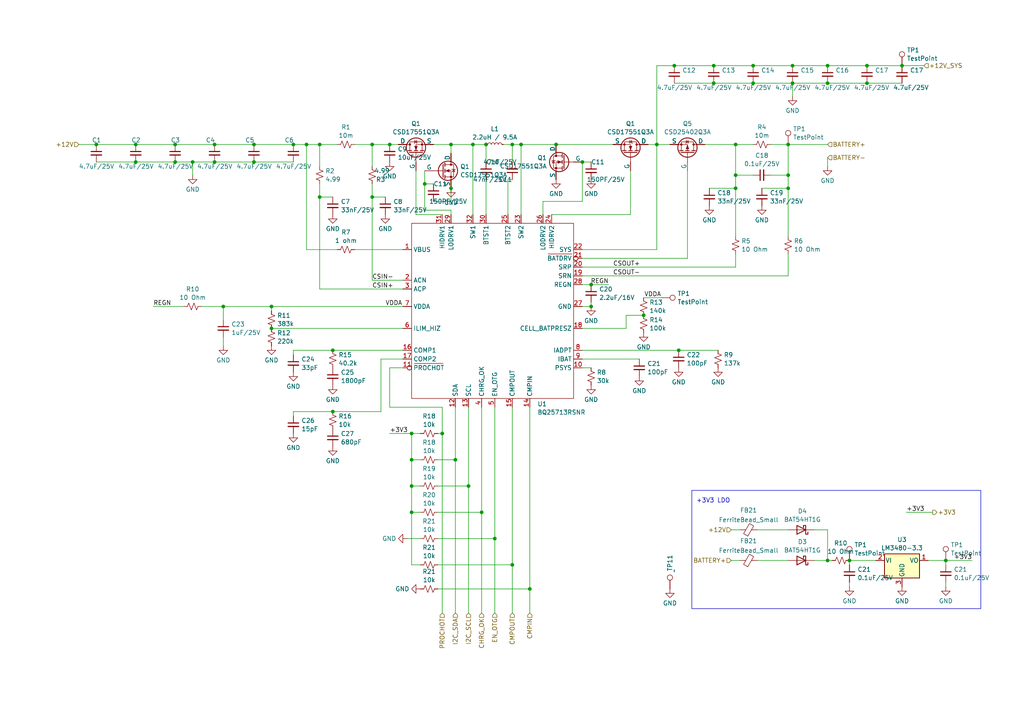
<source format=kicad_sch>
(kicad_sch (version 20230121) (generator eeschema)
  (paper "A4")
  (junction (at 88.9 41.91))
  (junction (at 92.71 57.15))
  (junction (at 207.01 24.13))
  (junction (at 62.23 41.91))
  (junction (at 96.52 101.6))
  (junction (at 213.36 50.8))
  (junction (at 195.58 19.05))
  (junction (at 213.36 41.91))
  (junction (at 196.85 101.6))
  (junction (at 218.44 24.13))
  (junction (at 229.87 24.13))
  (junction (at 128.27 125.73))
  (junction (at 78.74 88.9))
  (junction (at 153.67 170.815))
  (junction (at 228.6 54.61))
  (junction (at 132.08 133.35))
  (junction (at 186.69 91.44))
  (junction (at 148.59 41.91))
  (junction (at 50.8 41.91))
  (junction (at 119.38 133.35))
  (junction (at 73.66 41.91))
  (junction (at 119.38 140.97))
  (junction (at 137.16 41.91))
  (junction (at 274.32 162.56))
  (junction (at 64.77 88.9))
  (junction (at 130.81 54.61))
  (junction (at 171.45 88.9))
  (junction (at 39.37 46.99))
  (junction (at 246.38 162.56))
  (junction (at 148.59 163.83))
  (junction (at 39.37 41.91))
  (junction (at 55.88 46.99))
  (junction (at 123.19 53.34))
  (junction (at 143.51 156.21))
  (junction (at 151.13 41.91))
  (junction (at 251.46 19.05))
  (junction (at 119.38 125.73))
  (junction (at 113.03 41.91))
  (junction (at 50.8 46.99))
  (junction (at 240.03 162.56))
  (junction (at 240.03 24.13))
  (junction (at 190.5 41.91))
  (junction (at 107.95 57.15))
  (junction (at 130.81 41.91))
  (junction (at 168.91 46.99))
  (junction (at 139.7 148.59))
  (junction (at 261.62 19.05))
  (junction (at 92.71 41.91))
  (junction (at 140.97 41.91))
  (junction (at 229.87 19.05))
  (junction (at 228.6 41.91))
  (junction (at 251.46 24.13))
  (junction (at 171.45 82.55))
  (junction (at 119.38 148.59))
  (junction (at 107.95 41.91))
  (junction (at 218.44 19.05))
  (junction (at 161.29 41.91))
  (junction (at 240.03 19.05))
  (junction (at 228.6 50.8))
  (junction (at 78.74 95.25))
  (junction (at 62.23 46.99))
  (junction (at 135.89 140.97))
  (junction (at 96.52 119.38))
  (junction (at 27.94 41.91))
  (junction (at 213.36 54.61))
  (junction (at 207.01 19.05))
  (junction (at 85.09 41.91))
  (junction (at 73.66 46.99))
  (wire (pts (xy 107.95 53.34) (xy 107.95 57.15)))
  (wire (pts (xy 92.71 57.15) (xy 92.71 83.82)))
  (wire (pts (xy 168.91 46.99) (xy 171.45 46.99)))
  (wire (pts (xy 190.5 41.91) (xy 190.5 72.39)))
  (wire (pts (xy 143.51 118.11) (xy 143.51 156.21)))
  (wire (pts (xy 190.5 72.39) (xy 168.91 72.39)))
  (wire (pts (xy 64.77 88.9) (xy 78.74 88.9)))
  (wire (pts (xy 127 163.83) (xy 148.59 163.83)))
  (wire (pts (xy 39.37 46.99) (xy 50.8 46.99)))
  (wire (pts (xy 127 133.35) (xy 132.08 133.35)))
  (wire (pts (xy 240.03 24.13) (xy 251.46 24.13)))
  (wire (pts (xy 228.6 73.66) (xy 228.6 80.01)))
  (wire (pts (xy 207.01 19.05) (xy 218.44 19.05)))
  (wire (pts (xy 107.95 57.15) (xy 107.95 81.28)))
  (wire (pts (xy 213.36 41.91) (xy 213.36 50.8)))
  (wire (pts (xy 220.98 54.61) (xy 228.6 54.61)))
  (wire (pts (xy 229.87 24.13) (xy 240.03 24.13)))
  (wire (pts (xy 132.08 118.11) (xy 132.08 133.35)))
  (wire (pts (xy 262.89 148.59) (xy 270.51 148.59)))
  (wire (pts (xy 62.23 41.91) (xy 73.66 41.91)))
  (wire (pts (xy 111.76 57.15) (xy 107.95 57.15)))
  (wire (pts (xy 92.71 53.34) (xy 92.71 57.15)))
  (wire (pts (xy 190.5 19.05) (xy 195.58 19.05)))
  (wire (pts (xy 236.22 153.67) (xy 240.03 153.67)))
  (wire (pts (xy 171.45 82.55) (xy 176.53 82.55)))
  (wire (pts (xy 119.38 148.59) (xy 119.38 163.83)))
  (wire (pts (xy 125.73 58.42) (xy 130.81 58.42)))
  (wire (pts (xy 130.81 41.91) (xy 130.81 44.45)))
  (wire (pts (xy 168.91 95.25) (xy 181.61 95.25)))
  (wire (pts (xy 113.03 106.68) (xy 116.84 106.68)))
  (wire (pts (xy 168.91 82.55) (xy 171.45 82.55)))
  (wire (pts (xy 119.38 140.97) (xy 121.92 140.97)))
  (wire (pts (xy 246.38 168.91) (xy 246.38 170.18)))
  (wire (pts (xy 85.09 119.38) (xy 96.52 119.38)))
  (wire (pts (xy 148.59 41.91) (xy 151.13 41.91)))
  (wire (pts (xy 123.19 53.34) (xy 125.73 53.34)))
  (wire (pts (xy 207.01 24.13) (xy 218.44 24.13)))
  (wire (pts (xy 123.19 60.96) (xy 130.81 60.96)))
  (wire (pts (xy 128.27 118.11) (xy 128.27 125.73)))
  (wire (pts (xy 55.88 46.99) (xy 62.23 46.99)))
  (wire (pts (xy 143.51 156.21) (xy 143.51 177.8)))
  (wire (pts (xy 88.9 41.91) (xy 88.9 72.39)))
  (wire (pts (xy 213.36 54.61) (xy 213.36 68.58)))
  (wire (pts (xy 168.91 101.6) (xy 196.85 101.6)))
  (wire (pts (xy 130.81 41.91) (xy 137.16 41.91)))
  (wire (pts (xy 119.38 148.59) (xy 121.92 148.59)))
  (wire (pts (xy 223.52 50.8) (xy 228.6 50.8)))
  (wire (pts (xy 127 156.21) (xy 143.51 156.21)))
  (wire (pts (xy 73.66 46.99) (xy 85.09 46.99)))
  (wire (pts (xy 140.97 41.91) (xy 140.97 46.99)))
  (wire (pts (xy 118.11 156.21) (xy 121.92 156.21)))
  (wire (pts (xy 119.38 125.73) (xy 119.38 133.35)))
  (wire (pts (xy 121.92 125.73) (xy 119.38 125.73)))
  (wire (pts (xy 213.36 50.8) (xy 218.44 50.8)))
  (wire (pts (xy 228.6 68.58) (xy 228.6 54.61)))
  (wire (pts (xy 181.61 95.25) (xy 181.61 91.44)))
  (wire (pts (xy 85.09 41.91) (xy 88.9 41.91)))
  (wire (pts (xy 107.95 81.28) (xy 116.84 81.28)))
  (wire (pts (xy 123.19 53.34) (xy 123.19 60.96)))
  (wire (pts (xy 137.16 41.91) (xy 140.97 41.91)))
  (wire (pts (xy 168.91 104.14) (xy 185.42 104.14)))
  (wire (pts (xy 147.32 62.23) (xy 147.32 52.07)))
  (wire (pts (xy 85.09 101.6) (xy 85.09 102.87)))
  (wire (pts (xy 146.05 41.91) (xy 148.59 41.91)))
  (wire (pts (xy 228.6 50.8) (xy 228.6 41.91)))
  (wire (pts (xy 160.02 62.23) (xy 182.88 62.23)))
  (wire (pts (xy 50.8 41.91) (xy 62.23 41.91)))
  (wire (pts (xy 196.85 101.6) (xy 208.28 101.6)))
  (wire (pts (xy 151.13 41.91) (xy 161.29 41.91)))
  (wire (pts (xy 78.74 90.17) (xy 78.74 88.9)))
  (wire (pts (xy 78.74 88.9) (xy 116.84 88.9)))
  (wire (pts (xy 116.84 104.14) (xy 110.49 104.14)))
  (wire (pts (xy 62.23 46.99) (xy 73.66 46.99)))
  (wire (pts (xy 22.86 41.91) (xy 27.94 41.91)))
  (wire (pts (xy 113.03 125.73) (xy 119.38 125.73)))
  (wire (pts (xy 107.95 41.91) (xy 113.03 41.91)))
  (wire (pts (xy 151.13 41.91) (xy 151.13 62.23)))
  (wire (pts (xy 121.92 163.83) (xy 119.38 163.83)))
  (wire (pts (xy 130.81 60.96) (xy 130.81 62.23)))
  (wire (pts (xy 187.96 41.91) (xy 190.5 41.91)))
  (wire (pts (xy 64.77 100.33) (xy 64.77 97.79)))
  (wire (pts (xy 148.59 41.91) (xy 148.59 46.99)))
  (wire (pts (xy 128.27 125.73) (xy 128.27 177.8)))
  (wire (pts (xy 171.45 88.9) (xy 171.45 87.63)))
  (wire (pts (xy 168.91 58.42) (xy 168.91 46.99)))
  (wire (pts (xy 64.77 92.71) (xy 64.77 88.9)))
  (wire (pts (xy 229.87 19.05) (xy 240.03 19.05)))
  (wire (pts (xy 213.36 50.8) (xy 213.36 54.61)))
  (wire (pts (xy 168.91 80.01) (xy 228.6 80.01)))
  (wire (pts (xy 168.91 74.93) (xy 199.39 74.93)))
  (wire (pts (xy 236.22 162.56) (xy 240.03 162.56)))
  (wire (pts (xy 27.94 41.91) (xy 39.37 41.91)))
  (wire (pts (xy 190.5 41.91) (xy 194.31 41.91)))
  (wire (pts (xy 140.97 52.07) (xy 140.97 62.23)))
  (wire (pts (xy 218.44 19.05) (xy 229.87 19.05)))
  (wire (pts (xy 195.58 19.05) (xy 207.01 19.05)))
  (wire (pts (xy 107.95 41.91) (xy 102.87 41.91)))
  (wire (pts (xy 113.03 41.91) (xy 115.57 41.91)))
  (wire (pts (xy 113.03 118.11) (xy 128.27 118.11)))
  (wire (pts (xy 92.71 41.91) (xy 92.71 48.26)))
  (wire (pts (xy 139.7 118.11) (xy 139.7 148.59)))
  (wire (pts (xy 228.6 41.91) (xy 240.03 41.91)))
  (wire (pts (xy 110.49 119.38) (xy 96.52 119.38)))
  (wire (pts (xy 213.36 77.47) (xy 168.91 77.47)))
  (wire (pts (xy 85.09 101.6) (xy 96.52 101.6)))
  (wire (pts (xy 132.08 133.35) (xy 132.08 177.8)))
  (wire (pts (xy 137.16 41.91) (xy 137.16 62.23)))
  (wire (pts (xy 127 148.59) (xy 139.7 148.59)))
  (wire (pts (xy 274.32 162.56) (xy 281.94 162.56)))
  (wire (pts (xy 246.38 162.56) (xy 254 162.56)))
  (wire (pts (xy 50.8 46.99) (xy 55.88 46.99)))
  (wire (pts (xy 119.38 148.59) (xy 119.38 140.97)))
  (wire (pts (xy 251.46 19.05) (xy 261.62 19.05)))
  (wire (pts (xy 218.44 24.13) (xy 229.87 24.13)))
  (wire (pts (xy 229.87 24.13) (xy 229.87 27.94)))
  (wire (pts (xy 223.52 41.91) (xy 228.6 41.91)))
  (wire (pts (xy 27.94 46.99) (xy 39.37 46.99)))
  (wire (pts (xy 219.71 153.67) (xy 228.6 153.67)))
  (wire (pts (xy 127 170.815) (xy 153.67 170.815)))
  (wire (pts (xy 199.39 74.93) (xy 199.39 49.53)))
  (wire (pts (xy 219.71 162.56) (xy 228.6 162.56)))
  (wire (pts (xy 119.38 133.35) (xy 121.92 133.35)))
  (wire (pts (xy 125.73 41.91) (xy 130.81 41.91)))
  (wire (pts (xy 213.36 73.66) (xy 213.36 77.47)))
  (wire (pts (xy 73.66 41.91) (xy 85.09 41.91)))
  (wire (pts (xy 168.91 106.68) (xy 171.45 106.68)))
  (wire (pts (xy 88.9 41.91) (xy 92.71 41.91)))
  (wire (pts (xy 195.58 24.13) (xy 207.01 24.13)))
  (wire (pts (xy 39.37 41.91) (xy 50.8 41.91)))
  (wire (pts (xy 240.03 162.56) (xy 241.3 162.56)))
  (wire (pts (xy 261.62 19.05) (xy 267.97 19.05)))
  (wire (pts (xy 120.65 62.23) (xy 120.65 49.53)))
  (wire (pts (xy 251.46 24.13) (xy 261.62 24.13)))
  (wire (pts (xy 212.09 153.67) (xy 214.63 153.67)))
  (wire (pts (xy 161.29 41.91) (xy 177.8 41.91)))
  (wire (pts (xy 147.32 52.07) (xy 148.59 52.07)))
  (wire (pts (xy 96.52 101.6) (xy 116.84 101.6)))
  (wire (pts (xy 123.19 49.53) (xy 123.19 53.34)))
  (wire (pts (xy 213.36 41.91) (xy 218.44 41.91)))
  (wire (pts (xy 127 140.97) (xy 135.89 140.97)))
  (wire (pts (xy 148.59 118.11) (xy 148.59 163.83)))
  (wire (pts (xy 240.03 45.72) (xy 240.03 48.26)))
  (wire (pts (xy 204.47 41.91) (xy 213.36 41.91)))
  (wire (pts (xy 85.09 119.38) (xy 85.09 120.65)))
  (wire (pts (xy 44.45 88.9) (xy 53.34 88.9)))
  (wire (pts (xy 96.52 57.15) (xy 92.71 57.15)))
  (wire (pts (xy 110.49 104.14) (xy 110.49 119.38)))
  (wire (pts (xy 274.32 168.91) (xy 274.32 170.18)))
  (wire (pts (xy 128.27 62.23) (xy 120.65 62.23)))
  (wire (pts (xy 212.09 162.56) (xy 214.63 162.56)))
  (wire (pts (xy 157.48 62.23) (xy 157.48 58.42)))
  (wire (pts (xy 119.38 140.97) (xy 119.38 133.35)))
  (wire (pts (xy 153.67 170.815) (xy 153.67 177.8)))
  (wire (pts (xy 102.87 72.39) (xy 116.84 72.39)))
  (wire (pts (xy 92.71 41.91) (xy 97.79 41.91)))
  (wire (pts (xy 168.91 88.9) (xy 171.45 88.9)))
  (wire (pts (xy 153.67 118.11) (xy 153.67 170.815)))
  (wire (pts (xy 135.89 118.11) (xy 135.89 140.97)))
  (wire (pts (xy 135.89 140.97) (xy 135.89 177.8)))
  (wire (pts (xy 64.77 88.9) (xy 58.42 88.9)))
  (wire (pts (xy 157.48 58.42) (xy 168.91 58.42)))
  (wire (pts (xy 92.71 83.82) (xy 116.84 83.82)))
  (wire (pts (xy 128.27 125.73) (xy 127 125.73)))
  (wire (pts (xy 246.38 162.56) (xy 246.38 163.83)))
  (wire (pts (xy 274.32 162.56) (xy 274.32 163.83)))
  (wire (pts (xy 228.6 50.8) (xy 228.6 54.61)))
  (wire (pts (xy 190.5 19.05) (xy 190.5 41.91)))
  (wire (pts (xy 213.36 54.61) (xy 205.74 54.61)))
  (wire (pts (xy 130.81 58.42) (xy 130.81 54.61)))
  (wire (pts (xy 191.77 86.36) (xy 186.69 86.36)))
  (wire (pts (xy 78.74 95.25) (xy 116.84 95.25)))
  (wire (pts (xy 182.88 62.23) (xy 182.88 49.53)))
  (wire (pts (xy 269.24 162.56) (xy 274.32 162.56)))
  (wire (pts (xy 107.95 48.26) (xy 107.95 41.91)))
  (wire (pts (xy 88.9 72.39) (xy 97.79 72.39)))
  (wire (pts (xy 55.88 50.8) (xy 55.88 46.99)))
  (wire (pts (xy 113.03 106.68) (xy 113.03 118.11)))
  (wire (pts (xy 148.59 163.83) (xy 148.59 177.8)))
  (wire (pts (xy 240.03 153.67) (xy 240.03 162.56)))
  (wire (pts (xy 139.7 148.59) (xy 139.7 177.8)))
  (wire (pts (xy 240.03 19.05) (xy 251.46 19.05)))
  (wire (pts (xy 181.61 91.44) (xy 186.69 91.44)))
  (rectangle (start 200.66 142.24) (end 284.48 176.53))
  (text "+3V3 LDO" (at 201.93 146.05 0) (effects (font (size 1.27 1.27)) (justify left bottom)))
  (label "+3V3" (at 113.03 125.73 0))
  (label "VDDA" (at 111.76 88.9 0))
  (label "CSIN+" (at 107.95 83.82 0))
  (label "VDDA" (at 191.77 86.36 180))
  (label "CSIN-" (at 107.95 81.28 0))
  (label "+3V3" (at 281.94 162.56 180))
  (label "CSOUT+" (at 177.8 77.47 0))
  (label "CSOUT-" (at 177.8 80.01 0))
  (label "+3V3" (at 262.89 148.59 0))
  (label "REGN" (at 176.53 82.55 180))
  (label "REGN" (at 44.45 88.9 0))
  (hierarchical_label "I2C_SCL" (shape input) (at 135.89 177.8 270))
  (hierarchical_label "BATTERY+" (shape input) (at 212.09 162.56 180))
  (hierarchical_label "+12V_SYS" (shape input) (at 267.97 19.05 0))
  (hierarchical_label "EN_OTG" (shape input) (at 143.51 177.8 270))
  (hierarchical_label "BATTERY-" (shape input) (at 240.03 45.72 0))
  (hierarchical_label "BATTERY+" (shape input) (at 240.03 41.91 0))
  (hierarchical_label "+3V3" (shape output) (at 270.51 148.59 0))
  (hierarchical_label "I2C_SDA" (shape input) (at 132.08 177.8 270))
  (hierarchical_label "CHRG_OK" (shape input) (at 139.7 177.8 270))
  (hierarchical_label "+12V" (shape input) (at 212.09 153.67 180))
  (hierarchical_label "CMPIN" (shape input) (at 153.67 177.8 270))
  (hierarchical_label "PROCHOT" (shape input) (at 128.27 177.8 270))
  (hierarchical_label "CMPOUT" (shape input) (at 148.59 177.8 270))
  (hierarchical_label "+12V" (shape input) (at 22.86 41.91 180))
  (symbol (lib_id "Device:C_Small") (at 62.23 44.45 0) (unit 1)
    (property "Reference" "C4" (at 59.69 40.64 0) (effects (justify left)))
    (property "Value" "4.7uF/25V" (at 57.15 48.26 0) (effects (justify left)))
    (property "Footprint" "Capacitor_SMD:C_0402_1005Metric" (effects hide))
    (instances (project "expansao_bateria_rev1.0.0" (path "" (reference "C4") (unit 1)) (path "" (reference "C10") (unit 1))))
  )
  (symbol (lib_id "Device:C_Small") (at 246.38 166.37 0) (unit 1)
    (property "Reference" "C21" (at 248.7041 165.1642 0) (effects (justify left)))
    (property "Value" "0.1uF/25V" (at 248.7041 167.5884 0) (effects (justify left)))
    (property "Footprint" "Capacitor_SMD:C_0402_1005Metric" (effects hide))
    (instances (project "expansao_bateria_rev1.0.0" (path "" (reference "C21") (unit 1)) (path "" (reference "C40") (unit 1))))
  )
  (symbol (lib_id "power:GND") (at 96.52 111.76 0) (unit 1)
    (property "Reference" "#PWR019" (effects hide))
    (property "Value" "GND" (at 96.52 115.8931 0))
  )
  (symbol (lib_id "Device:C_Small") (at 261.62 21.59 0) (unit 1)
    (property "Reference" "C17" (at 263.9441 20.3842 0) (effects (justify left)))
    (property "Value" "4.7uF/25V" (at 259.08 25.4 0) (effects (justify left)))
    (property "Footprint" "Capacitor_SMD:C_0402_1005Metric" (effects hide))
    (instances (project "expansao_bateria_rev1.0.0" (path "" (reference "C17") (unit 1)) (path "" (reference "C39") (unit 1))))
  )
  (symbol (lib_id "power:GND") (at 55.88 50.8 0) (unit 1)
    (property "Reference" "#PWR01" (effects hide))
    (property "Value" "GND" (at 55.88 54.9331 0))
    (instances (project "expansao_bateria_rev1.0.0" (path "" (reference "#PWR01") (unit 1)) (path "" (reference "#PWR02") (unit 1))))
  )
  (symbol (lib_id "power:GND") (at 85.09 125.73 0) (unit 1)
    (property "Reference" "#PWR020" (effects hide))
    (property "Value" "GND" (at 85.09 129.8631 0))
    (instances (project "expansao_bateria_rev1.0.0" (path "" (reference "#PWR020") (unit 1)) (path "" (reference "#PWR021") (unit 1))))
  )
  (symbol (lib_id "Device:R_Small_US") (at 124.46 148.59 270) (unit 1)
    (property "Reference" "R20" (at 124.46 143.5567 90))
    (property "Value" "10k" (at 124.46 145.9809 90))
    (property "Footprint" "Resistor_SMD:R_0402_1005Metric" (effects hide))
  )
  (symbol (lib_id "power:GND") (at 194.31 170.815 0) (unit 1)
    (property "Reference" "#PWR016" (effects hide))
    (property "Value" "GND" (at 194.31 174.9481 0))
    (instances (project "expansao_bateria_rev1.0.0" (path "" (reference "#PWR016") (unit 1)) (path "" (reference "#PWR035") (unit 1))))
  )
  (symbol (lib_id "Device:C_Small") (at 96.52 109.22 0) (unit 1)
    (property "Reference" "C25" (at 98.8441 108.0142 0) (effects (justify left)))
    (property "Value" "1800pF" (at 98.8441 110.4384 0) (effects (justify left)))
    (property "Footprint" "Capacitor_SMD:C_0402_1005Metric" (effects hide))
  )
  (symbol (lib_id "Device:R_Small_US") (at 213.36 71.12 180) (unit 1)
    (property "Reference" "R5" (at 215.011 69.9079 0) (effects (justify right)))
    (property "Value" "10 Ohm" (at 215.011 72.3321 0) (effects (justify right)))
    (property "Footprint" "Resistor_SMD:R_0402_1005Metric" (effects hide))
  )
  (symbol (lib_id "Device:C_Small") (at 50.8 44.45 0) (unit 1)
    (property "Reference" "C3" (at 49.53 40.64 0) (effects (justify left)))
    (property "Value" "4.7uF/25V" (at 45.72 48.26 0) (effects (justify left)))
    (property "Footprint" "Capacitor_SMD:C_0402_1005Metric" (effects hide))
    (instances (project "expansao_bateria_rev1.0.0" (path "" (reference "C3") (unit 1)) (path "" (reference "C9") (unit 1))))
  )
  (symbol (lib_id "power:GND") (at 118.11 156.21 270) (unit 1)
    (property "Reference" "#PWR050" (effects hide))
    (property "Value" "GND" (at 114.9351 156.21 90) (effects (justify right)))
  )
  (symbol (lib_id "power:GND") (at 196.85 106.68 0) (unit 1)
    (property "Reference" "#PWR013" (effects hide))
    (property "Value" "GND" (at 196.85 110.8131 0))
    (instances (project "expansao_bateria_rev1.0.0" (path "" (reference "#PWR013") (unit 1)) (path "" (reference "#PWR015") (unit 1))))
  )
  (symbol (lib_id "Device:C_Small") (at 73.66 44.45 0) (unit 1)
    (property "Reference" "C5" (at 71.12 40.64 0) (effects (justify left)))
    (property "Value" "4.7uF/25V" (at 68.58 48.26 0) (effects (justify left)))
    (property "Footprint" "Capacitor_SMD:C_0402_1005Metric" (effects hide))
    (instances (project "expansao_bateria_rev1.0.0" (path "" (reference "C5") (unit 1)) (path "" (reference "C11") (unit 1))))
  )
  (symbol (lib_id "power:GND") (at 85.09 107.95 0) (unit 1)
    (property "Reference" "#PWR018" (effects hide))
    (property "Value" "GND" (at 85.09 112.0831 0))
    (instances (project "expansao_bateria_rev1.0.0" (path "" (reference "#PWR018") (unit 1)) (path "" (reference "#PWR017") (unit 1))))
  )
  (symbol (lib_id "power:GND") (at 64.77 100.33 0) (unit 1)
    (property "Reference" "#PWR016" (effects hide))
    (property "Value" "GND" (at 64.77 104.4631 0))
    (instances (project "expansao_bateria_rev1.0.0" (path "" (reference "#PWR016") (unit 1)) (path "" (reference "#PWR013") (unit 1))))
  )
  (symbol (lib_id "Device:R_Small_US") (at 171.45 109.22 0) (unit 1)
    (property "Reference" "R8" (at 173.101 108.0079 0) (effects (justify left)))
    (property "Value" "30k" (at 173.101 110.4321 0) (effects (justify left)))
    (property "Footprint" "Resistor_SMD:R_0402_1005Metric" (effects hide))
    (instances (project "expansao_bateria_rev1.0.0" (path "" (reference "R8") (unit 1)) (path "" (reference "R16") (unit 1))))
  )
  (symbol (lib_id "power:GND") (at 96.52 62.23 0) (unit 1)
    (property "Reference" "#PWR02" (effects hide))
    (property "Value" "GND" (at 96.52 66.3631 0))
    (instances (project "expansao_bateria_rev1.0.0" (path "" (reference "#PWR02") (unit 1)) (path "" (reference "#PWR07") (unit 1))))
  )
  (symbol (lib_id "Device:C_Small") (at 205.74 57.15 0) (unit 1)
    (property "Reference" "C18" (at 208.0641 55.9442 0) (effects (justify left)))
    (property "Value" "33nF/25V" (at 208.0641 58.3684 0) (effects (justify left)))
    (property "Footprint" "Capacitor_SMD:C_0402_1005Metric" (effects hide))
  )
  (symbol (lib_id "Device:R_Small_US") (at 124.46 170.815 270) (unit 1)
    (property "Reference" "R21" (at 124.46 165.7817 90))
    (property "Value" "10k" (at 124.46 168.2059 90))
    (property "Footprint" "Resistor_SMD:R_0402_1005Metric" (effects hide))
    (instances (project "expansao_bateria_rev1.0.0" (path "" (reference "R21") (unit 1)) (path "" (reference "R29") (unit 1))))
  )
  (symbol (lib_id "Device:C_Small") (at 148.59 49.53 180) (unit 1)
    (property "Reference" "C11" (at 148.59 52.07 0) (effects (justify left)))
    (property "Value" "47nF/25V" (at 149.86 46.99 0) (effects (justify left)))
    (property "Footprint" "Capacitor_SMD:C_0402_1005Metric" (effects hide))
    (instances (project "expansao_bateria_rev1.0.0" (path "" (reference "C11") (unit 1)) (path "" (reference "C15") (unit 1))))
  )
  (symbol (lib_id "Device:D_Schottky") (at 232.41 153.67 180) (unit 1)
    (property "Reference" "D4" (at 232.7275 148.2557 0))
    (property "Value" "BAT54HT1G" (at 232.7275 150.6799 0))
    (property "Footprint" "Diode_SMD:D_SOD-323" (effects hide))
  )
  (symbol (lib_id "Device:C_Small") (at 171.45 85.09 0) (unit 1)
    (property "Reference" "C20" (at 173.7741 83.8842 0) (effects (justify left)))
    (property "Value" "2.2uF/16V" (at 173.7741 86.3084 0) (effects (justify left)))
    (property "Footprint" "Capacitor_SMD:C_0402_1005Metric" (effects hide))
  )
  (symbol (lib_id "Device:FerriteBead_Small") (at 217.17 162.56 90) (unit 1)
    (property "Reference" "FB21" (at 217.1319 156.8917 90))
    (property "Value" "FerriteBead_Small" (at 217.1319 159.6668 90))
    (property "Footprint" "Inductor_SMD:L_0603_1608Metric" (effects hide))
    (property "Datasheet" "https://datasheet.lcsc.com/lcsc/1912111437_FH-Guangdong-Fenghua-Advanced-Tech-CBM160808U000T_C394410.pdf" (effects hide))
    (property "Field4" "C394410" (effects hide))
    (instances (project "camaleao_rev8" (path "" (reference "FB21") (unit 1))) (project "expansao_bateria_rev1.0.0" (path "" (reference "FB21") (unit 1)) (path "" (reference "FB1") (unit 1))) (project "camaleao_power_management" (path "" (reference "FB21") (unit 1))))
  )
  (symbol (lib_id "power:GND") (at 261.62 170.18 0) (unit 1)
    (property "Reference" "#PWR012" (effects hide))
    (property "Value" "GND" (at 261.62 174.3131 0))
    (instances (project "expansao_bateria_rev1.0.0" (path "" (reference "#PWR012") (unit 1)) (path "" (reference "#PWR039") (unit 1))))
  )
  (symbol (lib_id "power:GND") (at 130.81 54.61 0) (unit 1)
    (property "Reference" "#PWR05" (effects hide))
    (property "Value" "GND" (at 130.81 58.7431 0))
    (instances (project "expansao_bateria_rev1.0.0" (path "" (reference "#PWR05") (unit 1)) (path "" (reference "#PWR06") (unit 1))))
  )
  (symbol (lib_id "Connector:TestPoint") (at 274.32 162.56 0) (unit 1)
    (property "Reference" "TP1" (at 275.717 158.0459 0) (effects (justify left)))
    (property "Value" "TestPoint" (at 275.717 160.4701 0) (effects (justify left)))
    (property "Footprint" "TestPoint:TestPoint_Pad_D1.0mm" (effects hide))
    (instances (project "expansao_bateria_rev1.0.0" (path "" (reference "TP1") (unit 1)) (path "" (reference "TP6") (unit 1))))
  )
  (symbol (lib_id "Device:R_Small_US") (at 243.84 162.56 90) (unit 1)
    (property "Reference" "R10" (at 243.84 157.5267 90))
    (property "Value" "10 Ohm" (at 243.84 159.9509 90))
    (property "Footprint" "Resistor_SMD:R_0402_1005Metric" (effects hide))
    (instances (project "expansao_bateria_rev1.0.0" (path "" (reference "R10") (unit 1)) (path "" (reference "R30") (unit 1))))
  )
  (symbol (lib_id "Connector:TestPoint") (at 191.77 86.36 270) (unit 1)
    (property "Reference" "TP1" (at 196.469 85.1479 90) (effects (justify left)))
    (property "Value" "TestPoint" (at 196.469 87.5721 90) (effects (justify left)))
    (property "Footprint" "TestPoint:TestPoint_Pad_D1.0mm" (effects hide))
    (instances (project "expansao_bateria_rev1.0.0" (path "" (reference "TP1") (unit 1)) (path "" (reference "TP9") (unit 1))))
  )
  (symbol (lib_id "Device:R_Small_US") (at 78.74 97.79 180) (unit 1)
    (property "Reference" "R12" (at 80.391 96.5779 0) (effects (justify right)))
    (property "Value" "220k" (at 80.391 99.0021 0) (effects (justify right)))
    (property "Footprint" "Resistor_SMD:R_0402_1005Metric" (effects hide))
  )
  (symbol (lib_id "Device:C_Small") (at 196.85 104.14 0) (unit 1)
    (property "Reference" "C22" (at 199.1741 102.9342 0) (effects (justify left)))
    (property "Value" "100pF" (at 199.1741 105.3584 0) (effects (justify left)))
    (property "Footprint" "Capacitor_SMD:C_0402_1005Metric" (effects hide))
  )
  (symbol (lib_id "Device:C_Small") (at 251.46 21.59 0) (unit 1)
    (property "Reference" "C17" (at 253.7841 20.3842 0) (effects (justify left)))
    (property "Value" "4.7uF/25V" (at 247.65 25.4 0) (effects (justify left)))
    (property "Footprint" "Capacitor_SMD:C_0402_1005Metric" (effects hide))
    (instances (project "expansao_bateria_rev1.0.0" (path "" (reference "C17") (unit 1)) (path "" (reference "C6") (unit 1))))
  )
  (symbol (lib_id "power:GND") (at 246.38 170.18 0) (unit 1)
    (property "Reference" "#PWR012" (effects hide))
    (property "Value" "GND" (at 246.38 174.3131 0))
    (instances (project "expansao_bateria_rev1.0.0" (path "" (reference "#PWR012") (unit 1)) (path "" (reference "#PWR041") (unit 1))))
  )
  (symbol (lib_name "NMOS_2") (lib_id "Simulation_SPICE:NMOS") (at 128.27 49.53 0) (unit 1)
    (property "Reference" "Q1" (at 133.477 48.3179 0) (effects (justify left)))
    (property "Value" "CSD17551Q3A" (at 133.477 50.7421 0) (effects (justify left)))
    (property "Footprint" "Package_SON:DNH0008A" (effects hide))
    (property "Datasheet" "https://ngspice.sourceforge.io/docs/ngspice-manual.pdf" (effects hide))
    (property "Sim.Device" "NMOS" (effects hide))
    (property "Sim.Type" "VDMOS" (effects hide))
    (property "Sim.Pins" "1=S 2=S 3=S 4=G 5=D 6=D 7=D 8=D" (effects hide))
    (instances (project "expansao_bateria_rev1.0.0" (path "" (reference "Q1") (unit 1)) (path "" (reference "Q5") (unit 1))))
  )
  (symbol (lib_id "power:GND") (at 274.32 170.18 0) (unit 1)
    (property "Reference" "#PWR012" (effects hide))
    (property "Value" "GND" (at 274.32 174.3131 0))
    (instances (project "expansao_bateria_rev1.0.0" (path "" (reference "#PWR012") (unit 1)) (path "" (reference "#PWR040") (unit 1))))
  )
  (symbol (lib_id "Device:R_Small_US") (at 228.6 71.12 0) (unit 1)
    (property "Reference" "R6" (at 230.251 69.9079 0) (effects (justify left)))
    (property "Value" "10 Ohm" (at 230.251 72.3321 0) (effects (justify left)))
    (property "Footprint" "Resistor_SMD:R_0402_1005Metric" (effects hide))
  )
  (symbol (lib_id "power:GND") (at 161.29 52.07 0) (unit 1)
    (property "Reference" "#PWR06" (effects hide))
    (property "Value" "GND" (at 161.29 56.2031 0))
    (instances (project "expansao_bateria_rev1.0.0" (path "" (reference "#PWR06") (unit 1)) (path "" (reference "#PWR05") (unit 1))))
  )
  (symbol (lib_id "power:GND") (at 78.74 100.33 0) (unit 1)
    (property "Reference" "#PWR015" (effects hide))
    (property "Value" "GND" (at 78.74 104.4631 0))
    (instances (project "expansao_bateria_rev1.0.0" (path "" (reference "#PWR015") (unit 1)) (path "" (reference "#PWR014") (unit 1))))
  )
  (symbol (lib_id "power:GND") (at 171.45 111.76 0) (unit 1)
    (property "Reference" "#PWR011" (effects hide))
    (property "Value" "GND" (at 171.45 115.8931 0))
    (instances (project "expansao_bateria_rev1.0.0" (path "" (reference "#PWR011") (unit 1)) (path "" (reference "#PWR020") (unit 1))))
  )
  (symbol (lib_id "Device:C_Small") (at 195.58 21.59 0) (unit 1)
    (property "Reference" "C12" (at 197.9041 20.3842 0) (effects (justify left)))
    (property "Value" "4.7uF/25V" (at 190.5 25.4 0) (effects (justify left)))
    (property "Footprint" "Capacitor_SMD:C_0402_1005Metric" (effects hide))
    (instances (project "expansao_bateria_rev1.0.0" (path "" (reference "C12") (unit 1)) (path "" (reference "C1") (unit 1))))
  )
  (symbol (lib_id "power:GND") (at 113.03 46.99 0) (unit 1)
    (property "Reference" "#PWR04" (effects hide))
    (property "Value" "GND" (at 113.03 51.1231 0))
    (instances (project "expansao_bateria_rev1.0.0" (path "" (reference "#PWR04") (unit 1)) (path "" (reference "#PWR03") (unit 1))))
  )
  (symbol (lib_id "Connector:TestPoint") (at 261.62 19.05 0) (unit 1)
    (property "Reference" "TP1" (at 263.017 14.5359 0) (effects (justify left)))
    (property "Value" "TestPoint" (at 263.017 16.9601 0) (effects (justify left)))
    (property "Footprint" "TestPoint:TestPoint_Pad_D1.0mm" (effects hide))
    (instances (project "expansao_bateria_rev1.0.0" (path "" (reference "TP1") (unit 1)) (path "" (reference "TP8") (unit 1))))
  )
  (symbol (lib_id "Device:R_Small_US") (at 100.33 72.39 90) (unit 1)
    (property "Reference" "R7" (at 100.33 67.3567 90))
    (property "Value" "1 ohm" (at 100.33 69.7809 90))
    (property "Footprint" "Resistor_SMD:R_0805_2012Metric" (effects hide))
  )
  (symbol (lib_id "Device:C_Small") (at 39.37 44.45 0) (unit 1)
    (property "Reference" "C2" (at 38.1 40.64 0) (effects (justify left)))
    (property "Value" "4.7uF/25V" (at 34.29 48.26 0) (effects (justify left)))
    (property "Footprint" "Capacitor_SMD:C_0402_1005Metric" (effects hide))
    (instances (project "expansao_bateria_rev1.0.0" (path "" (reference "C2") (unit 1)) (path "" (reference "C8") (unit 1))))
  )
  (symbol (lib_id "Device:C_Small") (at 220.98 50.8 90) (unit 1)
    (property "Reference" "C18" (at 220.9863 45.0936 90))
    (property "Value" "0.1uF/25V" (at 220.9863 47.5178 90))
    (property "Footprint" "Capacitor_SMD:C_0402_1005Metric" (effects hide))
    (instances (project "expansao_bateria_rev1.0.0" (path "" (reference "C18") (unit 1)) (path "" (reference "C38") (unit 1))))
  )
  (symbol (lib_id "Device:C_Small") (at 111.76 59.69 0) (unit 1)
    (property "Reference" "C8" (at 114.0841 58.4842 0) (effects (justify left)))
    (property "Value" "33nF/25V" (at 114.0841 60.9084 0) (effects (justify left)))
    (property "Footprint" "Capacitor_SMD:C_0402_1005Metric" (effects hide))
    (instances (project "expansao_bateria_rev1.0.0" (path "" (reference "C8") (unit 1)) (path "" (reference "C17") (unit 1))))
  )
  (symbol (lib_id "Connector:TestPoint") (at 246.38 162.56 0) (unit 1)
    (property "Reference" "TP1" (at 247.777 158.0459 0) (effects (justify left)))
    (property "Value" "TestPoint" (at 247.777 160.4701 0) (effects (justify left)))
    (property "Footprint" "TestPoint:TestPoint_Pad_D1.0mm" (effects hide))
    (instances (project "expansao_bateria_rev1.0.0" (path "" (reference "TP1") (unit 1)) (path "" (reference "TP5") (unit 1))))
  )
  (symbol (lib_id "Device:C_Small") (at 113.03 44.45 180) (unit 1)
    (property "Reference" "C9" (at 115.3541 43.2315 0) (effects (justify right)))
    (property "Value" "10uF/25V" (at 115.3541 45.6557 0) (effects (justify right)))
    (property "Footprint" "Capacitor_SMD:C_0402_1005Metric" (effects hide))
    (instances (project "expansao_bateria_rev1.0.0" (path "" (reference "C9") (unit 1)) (path "" (reference "C13") (unit 1))))
  )
  (symbol (lib_id "Device:R_Small_US") (at 100.33 41.91 90) (unit 1)
    (property "Reference" "R1" (at 100.33 36.8767 90))
    (property "Value" "10m" (at 100.33 39.3009 90))
    (property "Footprint" "Resistor_SMD:R_1206_3216Metric" (effects hide))
    (property "LCSC Part" "C2912661" (effects hide))
  )
  (symbol (lib_id "Device:C_Small") (at 185.42 106.68 0) (unit 1)
    (property "Reference" "C21" (at 187.7441 105.4742 0) (effects (justify left)))
    (property "Value" "100pF" (at 187.7441 107.8984 0) (effects (justify left)))
    (property "Footprint" "Capacitor_SMD:C_0402_1005Metric" (effects hide))
    (instances (project "expansao_bateria_rev1.0.0" (path "" (reference "C21") (unit 1)) (path "" (reference "C24") (unit 1))))
  )
  (symbol (lib_id "power:GND") (at 111.76 62.23 0) (unit 1)
    (property "Reference" "#PWR03" (effects hide))
    (property "Value" "GND" (at 111.76 66.3631 0))
    (instances (project "expansao_bateria_rev1.0.0" (path "" (reference "#PWR03") (unit 1)) (path "" (reference "#PWR08") (unit 1))))
  )
  (symbol (lib_id "Device:C_Small") (at 125.73 55.88 0) (unit 1)
    (property "Reference" "C11" (at 125.73 53.34 0) (effects (justify left)))
    (property "Value" "150PF/25V" (at 124.46 58.42 0) (effects (justify left)))
    (property "Footprint" "Capacitor_SMD:C_0402_1005Metric" (effects hide))
    (instances (project "expansao_bateria_rev1.0.0" (path "" (reference "C11") (unit 1)) (path "" (reference "C43") (unit 1))))
  )
  (symbol (lib_id "power:GND") (at 220.98 59.69 0) (unit 1)
    (property "Reference" "#PWR09" (effects hide))
    (property "Value" "GND" (at 220.98 63.8231 0))
    (instances (project "expansao_bateria_rev1.0.0" (path "" (reference "#PWR09") (unit 1)) (path "" (reference "#PWR010") (unit 1))))
  )
  (symbol (lib_id "power:GND") (at 205.74 59.69 0) (unit 1)
    (property "Reference" "#PWR08" (effects hide))
    (property "Value" "GND" (at 205.74 63.8231 0))
    (instances (project "expansao_bateria_rev1.0.0" (path "" (reference "#PWR08") (unit 1)) (path "" (reference "#PWR09") (unit 1))))
  )
  (symbol (lib_name "NMOS_2") (lib_id "Simulation_SPICE:NMOS") (at 120.65 44.45 90) (unit 1)
    (property "Reference" "Q1" (at 120.65 35.8607 90))
    (property "Value" "CSD17551Q3A" (at 120.65 38.2849 90))
    (property "Footprint" "Package_SON:DNH0008A" (effects hide))
    (property "Datasheet" "https://ngspice.sourceforge.io/docs/ngspice-manual.pdf" (effects hide))
    (property "Sim.Device" "NMOS" (effects hide))
    (property "Sim.Type" "VDMOS" (effects hide))
    (property "Sim.Pins" "1=S 2=S 3=S 4=G 5=D 6=D 7=D 8=D" (effects hide))
  )
  (symbol (lib_id "Regulator_Linear:LM3480-3.3") (at 261.62 162.56 0) (unit 1)
    (property "Reference" "U3" (at 261.62 156.5107 0))
    (property "Value" "LM3480-3.3" (at 261.62 158.9349 0))
    (property "Footprint" "Package_TO_SOT_SMD:SOT-23" (effects hide))
    (property "Datasheet" "http://www.ti.com/lit/ds/symlink/lm3480.pdf" (effects hide))
  )
  (symbol (lib_id "Device:R_Small_US") (at 96.52 104.14 180) (unit 1)
    (property "Reference" "R15" (at 98.171 102.9279 0) (effects (justify right)))
    (property "Value" "40.2k" (at 98.171 105.3521 0) (effects (justify right)))
    (property "Footprint" "Resistor_SMD:R_0402_1005Metric" (effects hide))
    (instances (project "expansao_bateria_rev1.0.0" (path "" (reference "R15") (unit 1)) (path "" (reference "R13") (unit 1))))
  )
  (symbol (lib_id "Device:C_Small") (at 207.01 21.59 0) (unit 1)
    (property "Reference" "C13" (at 209.3341 20.3842 0) (effects (justify left)))
    (property "Value" "4.7uF/25V" (at 201.93 25.4 0) (effects (justify left)))
    (property "Footprint" "Capacitor_SMD:C_0402_1005Metric" (effects hide))
    (instances (project "expansao_bateria_rev1.0.0" (path "" (reference "C13") (unit 1)) (path "" (reference "C2") (unit 1))))
  )
  (symbol (lib_id "Device:C_Small") (at 218.44 21.59 0) (unit 1)
    (property "Reference" "C14" (at 220.7641 20.3842 0) (effects (justify left)))
    (property "Value" "4.7uF/25V" (at 213.36 25.4 0) (effects (justify left)))
    (property "Footprint" "Capacitor_SMD:C_0402_1005Metric" (effects hide))
    (instances (project "expansao_bateria_rev1.0.0" (path "" (reference "C14") (unit 1)) (path "" (reference "C3") (unit 1))))
  )
  (symbol (lib_id "Device:C_Small") (at 27.94 44.45 0) (unit 1)
    (property "Reference" "C1" (at 26.67 40.64 0) (effects (justify left)))
    (property "Value" "4.7uF/25V" (at 22.86 48.26 0) (effects (justify left)))
    (property "Footprint" "Capacitor_SMD:C_0402_1005Metric" (effects hide))
    (instances (project "expansao_bateria_rev1.0.0" (path "" (reference "C1") (unit 1)) (path "" (reference "C7") (unit 1))))
  )
  (symbol (lib_id "Device:C_Small") (at 64.77 95.25 0) (unit 1)
    (property "Reference" "C23" (at 67.0941 94.0442 0) (effects (justify left)))
    (property "Value" "1uF/25V" (at 67.0941 96.4684 0) (effects (justify left)))
    (property "Footprint" "Capacitor_SMD:C_0402_1005Metric" (effects hide))
    (instances (project "expansao_bateria_rev1.0.0" (path "" (reference "C23") (unit 1)) (path "" (reference "C21") (unit 1))))
  )
  (symbol (lib_id "Simulation_SPICE:PMOS") (at 199.39 44.45 270) (mirror x) (unit 1)
    (property "Reference" "Q5" (at 199.39 35.8607 90))
    (property "Value" "CSD25402Q3A" (at 199.39 38.2849 90))
    (property "Footprint" "Package_SON:DNH0008A" (effects hide))
    (property "Datasheet" "https://ngspice.sourceforge.io/docs/ngspice-manual.pdf" (effects hide))
    (property "Sim.Device" "PMOS" (effects hide))
    (property "Sim.Type" "VDMOS" (effects hide))
    (property "Sim.Pins" "1=D 2=D 3=D 4=G 5=S 6=S 7=S 8=S" (effects hide))
    (instances (project "expansao_bateria_rev1.0.0" (path "" (reference "Q5") (unit 1)) (path "" (reference "Q3") (unit 1))))
  )
  (symbol (lib_id "Device:FerriteBead_Small") (at 217.17 153.67 90) (unit 1)
    (property "Reference" "FB21" (at 217.1319 148.0017 90))
    (property "Value" "FerriteBead_Small" (at 217.1319 150.7768 90))
    (property "Footprint" "Inductor_SMD:L_0603_1608Metric" (effects hide))
    (property "Datasheet" "https://datasheet.lcsc.com/lcsc/1912111437_FH-Guangdong-Fenghua-Advanced-Tech-CBM160808U000T_C394410.pdf" (effects hide))
    (property "Field4" "C394410" (effects hide))
    (instances (project "camaleao_rev8" (path "" (reference "FB21") (unit 1))) (project "expansao_bateria_rev1.0.0" (path "" (reference "FB21") (unit 1)) (path "" (reference "FB2") (unit 1))) (project "camaleao_power_management" (path "" (reference "FB21") (unit 1))))
  )
  (symbol (lib_id "power:GND") (at 229.87 27.94 0) (unit 1)
    (property "Reference" "#PWR01" (effects hide))
    (property "Value" "GND" (at 229.87 32.0731 0))
  )
  (symbol (lib_id "Device:C_Small") (at 229.87 21.59 0) (unit 1)
    (property "Reference" "C15" (at 232.1941 20.3842 0) (effects (justify left)))
    (property "Value" "4.7uF/25V" (at 224.79 25.4 0) (effects (justify left)))
    (property "Footprint" "Capacitor_SMD:C_0402_1005Metric" (effects hide))
    (instances (project "expansao_bateria_rev1.0.0" (path "" (reference "C15") (unit 1)) (path "" (reference "C4") (unit 1))))
  )
  (symbol (lib_id "Device:R_Small_US") (at 186.69 93.98 0) (unit 1)
    (property "Reference" "R14" (at 188.341 92.7679 0) (effects (justify left)))
    (property "Value" "100k" (at 188.341 95.1921 0) (effects (justify left)))
    (property "Footprint" "Resistor_SMD:R_0402_1005Metric" (effects hide))
    (instances (project "expansao_bateria_rev1.0.0" (path "" (reference "R14") (unit 1)) (path "" (reference "R11") (unit 1))))
  )
  (symbol (lib_id "power:GND") (at 208.28 106.68 0) (unit 1)
    (property "Reference" "#PWR014" (effects hide))
    (property "Value" "GND" (at 208.28 110.8131 0))
    (instances (project "expansao_bateria_rev1.0.0" (path "" (reference "#PWR014") (unit 1)) (path "" (reference "#PWR016") (unit 1))))
  )
  (symbol (lib_id "Device:R_Small_US") (at 124.46 140.97 270) (unit 1)
    (property "Reference" "R19" (at 124.46 135.9367 90))
    (property "Value" "10k" (at 124.46 138.3609 90))
    (property "Footprint" "Resistor_SMD:R_0402_1005Metric" (effects hide))
  )
  (symbol (lib_name "NMOS_2") (lib_id "Simulation_SPICE:NMOS") (at 163.83 46.99 0) (mirror y) (unit 1)
    (property "Reference" "Q1" (at 158.623 45.7779 0) (effects (justify left)))
    (property "Value" "CSD17551Q3A" (at 158.623 48.2021 0) (effects (justify left)))
    (property "Footprint" "Package_SON:DNH0008A" (effects hide))
    (property "Datasheet" "https://ngspice.sourceforge.io/docs/ngspice-manual.pdf" (effects hide))
    (property "Sim.Device" "NMOS" (effects hide))
    (property "Sim.Type" "VDMOS" (effects hide))
    (property "Sim.Pins" "1=S 2=S 3=S 4=G 5=D 6=D 7=D 8=D" (effects hide))
    (instances (project "expansao_bateria_rev1.0.0" (path "" (reference "Q1") (unit 1)) (path "" (reference "Q4") (unit 1))))
  )
  (symbol (lib_id "Device:R_Small_US") (at 78.74 92.71 180) (unit 1)
    (property "Reference" "R11" (at 80.391 91.4979 0) (effects (justify right)))
    (property "Value" "383k" (at 80.391 93.9221 0) (effects (justify right)))
    (property "Footprint" "Resistor_SMD:R_0402_1005Metric" (effects hide))
    (instances (project "expansao_bateria_rev1.0.0" (path "" (reference "R11") (unit 1)) (path "" (reference "R10") (unit 1))))
  )
  (symbol (lib_id "Connector:TestPoint") (at 228.6 41.91 0) (unit 1)
    (property "Reference" "TP1" (at 229.997 37.3959 0) (effects (justify left)))
    (property "Value" "TestPoint" (at 229.997 39.8201 0) (effects (justify left)))
    (property "Footprint" "TestPoint:TestPoint_Pad_D1.0mm" (effects hide))
    (instances (project "expansao_bateria_rev1.0.0" (path "" (reference "TP1") (unit 1)) (path "" (reference "TP7") (unit 1))))
  )
  (symbol (lib_id "Device:R_Small_US") (at 124.46 163.83 270) (unit 1)
    (property "Reference" "R21" (at 124.46 158.7967 90))
    (property "Value" "10k" (at 124.46 161.2209 90))
    (property "Footprint" "Resistor_SMD:R_0402_1005Metric" (effects hide))
  )
  (symbol (lib_id "Device:R_Small_US") (at 124.46 133.35 270) (unit 1)
    (property "Reference" "R18" (at 124.46 128.3167 90))
    (property "Value" "10k" (at 124.46 130.7409 90))
    (property "Footprint" "Resistor_SMD:R_0402_1005Metric" (effects hide))
  )
  (symbol (lib_id "Device:R_Small_US") (at 92.71 50.8 0) (unit 1)
    (property "Reference" "R2" (at 94.361 49.5879 0) (effects (justify left)))
    (property "Value" "4.99" (at 94.361 52.0121 0) (effects (justify left)))
    (property "Footprint" "Resistor_SMD:R_0402_1005Metric" (effects hide))
    (instances (project "expansao_bateria_rev1.0.0" (path "" (reference "R2") (unit 1)) (path "" (reference "R3") (unit 1))))
  )
  (symbol (lib_id "Connector:TestPoint") (at 194.31 170.815 0) (unit 1)
    (property "Reference" "TP11" (at 194.31 165.735 90) (effects (justify left)))
    (property "Value" "~" (at 195.5221 166.116 90) (effects (justify left)))
    (property "Footprint" "TestPoint:TestPoint_Pad_D1.0mm" (effects hide))
    (instances (project "expansao_bateria_rev1.0.0" (path "" (reference "TP11") (unit 1)) (path "" (reference "TP19") (unit 1))))
  )
  (symbol (lib_id "Battery_Management:BQ25713") (at 142.24 86.36 0) (unit 1)
    (property "Reference" "U1" (at 155.8641 117.1631 0) (effects (justify left)))
    (property "Value" "BQ25713RSNR" (at 155.8641 119.5873 0) (effects (justify left)))
    (property "Footprint" "Package_DFN_QFN:Texas_S-PWQFN-N32_EP2.8x2.8mm_ThermalVias" (effects hide))
    (property "LCSC Part" "C2878935" (effects hide))
  )
  (symbol (lib_id "Device:R_Small_US") (at 124.46 125.73 270) (unit 1)
    (property "Reference" "R18" (at 124.46 120.6967 90))
    (property "Value" "10k" (at 124.46 123.1209 90))
    (property "Footprint" "Resistor_SMD:R_0402_1005Metric" (effects hide))
    (instances (project "expansao_bateria_rev1.0.0" (path "" (reference "R18") (unit 1)) (path "" (reference "R15") (unit 1))))
  )
  (symbol (lib_id "power:GND") (at 171.45 52.07 0) (unit 1)
    (property "Reference" "#PWR06" (effects hide))
    (property "Value" "GND" (at 171.45 56.2031 0))
    (instances (project "expansao_bateria_rev1.0.0" (path "" (reference "#PWR06") (unit 1)) (path "" (reference "#PWR048") (unit 1))))
  )
  (symbol (lib_id "Device:C_Small") (at 220.98 57.15 0) (unit 1)
    (property "Reference" "C19" (at 223.3041 55.9442 0) (effects (justify left)))
    (property "Value" "33nF/25V" (at 223.3041 58.3684 0) (effects (justify left)))
    (property "Footprint" "Capacitor_SMD:C_0402_1005Metric" (effects hide))
  )
  (symbol (lib_id "Device:R_Small_US") (at 55.88 88.9 90) (unit 1)
    (property "Reference" "R10" (at 55.88 83.8667 90))
    (property "Value" "10 Ohm" (at 55.88 86.2909 90))
    (property "Footprint" "Resistor_SMD:R_0402_1005Metric" (effects hide))
    (instances (project "expansao_bateria_rev1.0.0" (path "" (reference "R10") (unit 1)) (path "" (reference "R8") (unit 1))))
  )
  (symbol (lib_id "Device:C_Small") (at 171.45 49.53 0) (unit 1)
    (property "Reference" "C11" (at 171.45 46.99 0) (effects (justify left)))
    (property "Value" "150PF/25V" (at 170.18 52.07 0) (effects (justify left)))
    (property "Footprint" "Capacitor_SMD:C_0402_1005Metric" (effects hide))
    (instances (project "expansao_bateria_rev1.0.0" (path "" (reference "C11") (unit 1)) (path "" (reference "C42") (unit 1))))
  )
  (symbol (lib_name "NMOS_2") (lib_id "Simulation_SPICE:NMOS") (at 182.88 44.45 270) (mirror x) (unit 1)
    (property "Reference" "Q1" (at 182.88 35.8607 90))
    (property "Value" "CSD17551Q3A" (at 182.88 38.2849 90))
    (property "Footprint" "Package_SON:DNH0008A" (effects hide))
    (property "Datasheet" "https://ngspice.sourceforge.io/docs/ngspice-manual.pdf" (effects hide))
    (property "Sim.Device" "NMOS" (effects hide))
    (property "Sim.Type" "VDMOS" (effects hide))
    (property "Sim.Pins" "1=S 2=S 3=S 4=G 5=D 6=D 7=D 8=D" (effects hide))
    (instances (project "expansao_bateria_rev1.0.0" (path "" (reference "Q1") (unit 1)) (path "" (reference "Q2") (unit 1))))
  )
  (symbol (lib_id "Device:C_Small") (at 96.52 59.69 0) (unit 1)
    (property "Reference" "C7" (at 98.8441 58.4842 0) (effects (justify left)))
    (property "Value" "33nF/25V" (at 98.8441 60.9084 0) (effects (justify left)))
    (property "Footprint" "Capacitor_SMD:C_0402_1005Metric" (effects hide))
    (instances (project "expansao_bateria_rev1.0.0" (path "" (reference "C7") (unit 1)) (path "" (reference "C16") (unit 1))))
  )
  (symbol (lib_id "Device:C_Small") (at 274.32 166.37 0) (unit 1)
    (property "Reference" "C21" (at 276.6441 165.1642 0) (effects (justify left)))
    (property "Value" "0.1uF/25V" (at 276.6441 167.5884 0) (effects (justify left)))
    (property "Footprint" "Capacitor_SMD:C_0402_1005Metric" (effects hide))
    (instances (project "expansao_bateria_rev1.0.0" (path "" (reference "C21") (unit 1)) (path "" (reference "C41") (unit 1))))
  )
  (symbol (lib_id "power:GND") (at 171.45 88.9 0) (unit 1)
    (property "Reference" "#PWR010" (effects hide))
    (property "Value" "GND" (at 171.45 93.0331 0))
    (instances (project "expansao_bateria_rev1.0.0" (path "" (reference "#PWR010") (unit 1)) (path "" (reference "#PWR011") (unit 1))))
  )
  (symbol (lib_id "Device:C_Small") (at 140.97 49.53 0) (unit 1)
    (property "Reference" "C10" (at 140.97 46.99 0) (effects (justify left)))
    (property "Value" "47nF/25V" (at 137.16 52.07 0) (effects (justify left)))
    (property "Footprint" "Capacitor_SMD:C_0402_1005Metric" (effects hide))
    (instances (project "expansao_bateria_rev1.0.0" (path "" (reference "C10") (unit 1)) (path "" (reference "C14") (unit 1))))
  )
  (symbol (lib_id "power:GND") (at 96.52 129.54 0) (unit 1)
    (property "Reference" "#PWR021" (effects hide))
    (property "Value" "GND" (at 96.52 133.6731 0))
    (instances (project "expansao_bateria_rev1.0.0" (path "" (reference "#PWR021") (unit 1)) (path "" (reference "#PWR022") (unit 1))))
  )
  (symbol (lib_id "power:GND") (at 186.69 96.52 0) (unit 1)
    (property "Reference" "#PWR017" (effects hide))
    (property "Value" "GND" (at 186.69 100.6531 0))
    (instances (project "expansao_bateria_rev1.0.0" (path "" (reference "#PWR017") (unit 1)) (path "" (reference "#PWR012") (unit 1))))
  )
  (symbol (lib_id "power:GND") (at 185.42 109.22 0) (unit 1)
    (property "Reference" "#PWR012" (effects hide))
    (property "Value" "GND" (at 185.42 113.3531 0))
    (instances (project "expansao_bateria_rev1.0.0" (path "" (reference "#PWR012") (unit 1)) (path "" (reference "#PWR018") (unit 1))))
  )
  (symbol (lib_id "Device:R_Small_US") (at 186.69 88.9 0) (unit 1)
    (property "Reference" "R13" (at 188.341 87.6879 0) (effects (justify left)))
    (property "Value" "140k" (at 188.341 90.1121 0) (effects (justify left)))
    (property "Footprint" "Resistor_SMD:R_0402_1005Metric" (effects hide))
    (instances (project "expansao_bateria_rev1.0.0" (path "" (reference "R13") (unit 1)) (path "" (reference "R9") (unit 1))))
  )
  (symbol (lib_id "Device:R_Small_US") (at 220.98 41.91 90) (unit 1)
    (property "Reference" "R4" (at 220.98 36.8767 90))
    (property "Value" "10m" (at 220.98 39.3009 90))
    (property "Footprint" "Resistor_SMD:R_1206_3216Metric" (effects hide))
    (property "LCSC Part" "C2912661" (effects hide))
    (instances (project "expansao_bateria_rev1.0.0" (path "" (reference "R4") (unit 1)) (path "" (reference "R2") (unit 1))))
  )
  (symbol (lib_id "Device:R_Small_US") (at 107.95 50.8 180) (unit 1)
    (property "Reference" "R3" (at 111.76 52.07 0) (effects (justify left)))
    (property "Value" "4.99" (at 113.03 49.53 0) (effects (justify left)))
    (property "Footprint" "Resistor_SMD:R_0402_1005Metric" (effects hide))
    (instances (project "expansao_bateria_rev1.0.0" (path "" (reference "R3") (unit 1)) (path "" (reference "R4") (unit 1))))
  )
  (symbol (lib_id "power:GND") (at 121.92 170.815 270) (unit 1)
    (property "Reference" "#PWR049" (effects hide))
    (property "Value" "GND" (at 118.7451 170.815 90) (effects (justify right)))
  )
  (symbol (lib_id "Device:D_Schottky") (at 232.41 162.56 180) (unit 1)
    (property "Reference" "D3" (at 232.7275 157.1457 0))
    (property "Value" "BAT54HT1G" (at 232.7275 159.5699 0))
    (property "Footprint" "Diode_SMD:D_SOD-323" (effects hide))
  )
  (symbol (lib_id "Device:C_Small") (at 85.09 44.45 0) (unit 1)
    (property "Reference" "C6" (at 82.55 40.64 0) (effects (justify left)))
    (property "Value" "4.7uF/25V" (at 80.01 48.26 0) (effects (justify left)))
    (property "Footprint" "Capacitor_SMD:C_0402_1005Metric" (effects hide))
    (instances (project "expansao_bateria_rev1.0.0" (path "" (reference "C6") (unit 1)) (path "" (reference "C12") (unit 1))))
  )
  (symbol (lib_id "power:GND") (at 240.03 48.26 0) (unit 1)
    (property "Reference" "#PWR022" (effects hide))
    (property "Value" "GND" (at 240.03 52.3931 0))
    (instances (project "expansao_bateria_rev1.0.0" (path "" (reference "#PWR022") (unit 1)) (path "" (reference "#PWR04") (unit 1))))
  )
  (symbol (lib_id "Device:C_Small") (at 85.09 105.41 0) (unit 1)
    (property "Reference" "C24" (at 87.4141 104.2042 0) (effects (justify left)))
    (property "Value" "33pF" (at 87.4141 106.6284 0) (effects (justify left)))
    (property "Footprint" "Capacitor_SMD:C_0402_1005Metric" (effects hide))
    (instances (project "expansao_bateria_rev1.0.0" (path "" (reference "C24") (unit 1)) (path "" (reference "C23") (unit 1))))
  )
  (symbol (lib_id "Device:C_Small") (at 96.52 127 0) (unit 1)
    (property "Reference" "C27" (at 98.8441 125.7942 0) (effects (justify left)))
    (property "Value" "680pF" (at 98.8441 128.2184 0) (effects (justify left)))
    (property "Footprint" "Capacitor_SMD:C_0402_1005Metric" (effects hide))
  )
  (symbol (lib_id "Device:R_Small_US") (at 208.28 104.14 0) (unit 1)
    (property "Reference" "R9" (at 209.931 102.9279 0) (effects (justify left)))
    (property "Value" "137k" (at 209.931 105.3521 0) (effects (justify left)))
    (property "Footprint" "Resistor_SMD:R_0402_1005Metric" (effects hide))
    (instances (project "expansao_bateria_rev1.0.0" (path "" (reference "R9") (unit 1)) (path "" (reference "R14") (unit 1))))
  )
  (symbol (lib_id "Device:C_Small") (at 240.03 21.59 0) (unit 1)
    (property "Reference" "C16" (at 242.3541 20.3842 0) (effects (justify left)))
    (property "Value" "4.7uF/25V" (at 236.22 25.4 0) (effects (justify left)))
    (property "Footprint" "Capacitor_SMD:C_0402_1005Metric" (effects hide))
    (instances (project "expansao_bateria_rev1.0.0" (path "" (reference "C16") (unit 1)) (path "" (reference "C5") (unit 1))))
  )
  (symbol (lib_id "Device:R_Small_US") (at 124.46 156.21 270) (unit 1)
    (property "Reference" "R21" (at 124.46 151.1767 90))
    (property "Value" "10k" (at 124.46 153.6009 90))
    (property "Footprint" "Resistor_SMD:R_0402_1005Metric" (effects hide))
    (instances (project "expansao_bateria_rev1.0.0" (path "" (reference "R21") (unit 1)) (path "" (reference "R37") (unit 1))))
  )
  (symbol (lib_id "Device:C_Small") (at 85.09 123.19 0) (unit 1)
    (property "Reference" "C26" (at 87.4141 121.9842 0) (effects (justify left)))
    (property "Value" "15pF" (at 87.4141 124.4084 0) (effects (justify left)))
    (property "Footprint" "Capacitor_SMD:C_0402_1005Metric" (effects hide))
  )
  (symbol (lib_id "Device:R_Small_US") (at 96.52 121.92 180) (unit 1)
    (property "Reference" "R16" (at 98.171 120.7079 0) (effects (justify right)))
    (property "Value" "10k" (at 98.171 123.1321 0) (effects (justify right)))
    (property "Footprint" "Resistor_SMD:R_0402_1005Metric" (effects hide))
    (instances (project "expansao_bateria_rev1.0.0" (path "" (reference "R16") (unit 1)) (path "" (reference "R17") (unit 1))))
  )
  (symbol (lib_id "Device:L_Small") (at 143.51 41.91 90) (unit 1)
    (property "Reference" "L1" (at 143.51 37.3869 90))
    (property "Value" "2.2uH / 9.5A" (at 143.51 39.8111 90))
    (property "Footprint" "Inductor_SMD:L_Sunlord_MWSA0603S" (effects hide))
    (property "LCSC Part" "C408445" (effects hide))
  )
)
</source>
